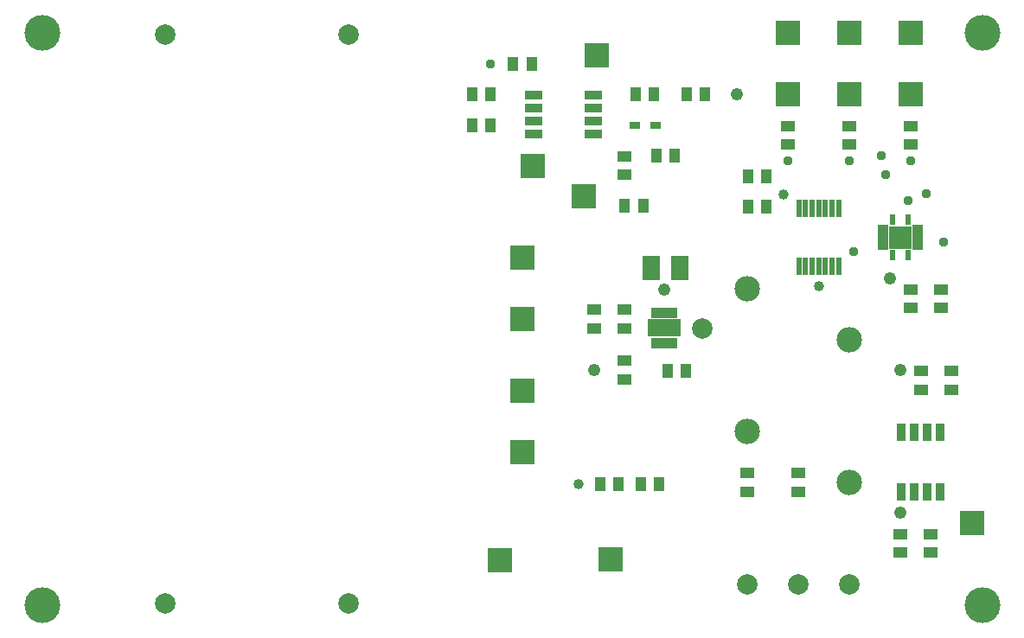
<source format=gts>
G75*
%MOIN*%
%OFA0B0*%
%FSLAX25Y25*%
%IPPOS*%
%LPD*%
%AMOC8*
5,1,8,0,0,1.08239X$1,22.5*
%
%ADD10C,0.13792*%
%ADD11R,0.01902X0.04146*%
%ADD12R,0.12611X0.07099*%
%ADD13R,0.07099X0.09461*%
%ADD14R,0.05524X0.03950*%
%ADD15R,0.03950X0.05524*%
%ADD16R,0.09800X0.09800*%
%ADD17R,0.03556X0.06706*%
%ADD18R,0.08871X0.08871*%
%ADD19R,0.04146X0.01902*%
%ADD20R,0.02178X0.07099*%
%ADD21R,0.06706X0.03556*%
%ADD22R,0.03950X0.02769*%
%ADD23C,0.07887*%
%ADD24C,0.09835*%
%ADD25C,0.04762*%
%ADD26C,0.03778*%
%ADD27C,0.03975*%
D10*
X0017748Y0017748D03*
X0017748Y0238220D03*
X0379953Y0238220D03*
X0379953Y0017748D03*
D11*
X0261291Y0118732D03*
X0259323Y0118732D03*
X0257354Y0118732D03*
X0255386Y0118732D03*
X0253417Y0118732D03*
X0253417Y0130346D03*
X0255386Y0130346D03*
X0257354Y0130346D03*
X0259323Y0130346D03*
X0261291Y0130346D03*
X0345504Y0152689D03*
X0351409Y0152689D03*
X0351409Y0166272D03*
X0345504Y0166272D03*
D12*
X0257354Y0124539D03*
D13*
X0252394Y0147669D03*
X0263417Y0147669D03*
D14*
X0242157Y0131528D03*
X0242157Y0124441D03*
X0230346Y0124441D03*
X0230346Y0131528D03*
X0242157Y0111843D03*
X0242157Y0104756D03*
X0289402Y0068535D03*
X0289402Y0061449D03*
X0309087Y0061449D03*
X0309087Y0068535D03*
X0348457Y0044913D03*
X0348457Y0037827D03*
X0360268Y0037827D03*
X0360268Y0044913D03*
X0356331Y0100819D03*
X0356331Y0107906D03*
X0368142Y0107906D03*
X0368142Y0100819D03*
X0364205Y0132315D03*
X0364205Y0139402D03*
X0352394Y0139402D03*
X0352394Y0132315D03*
X0352394Y0195307D03*
X0352394Y0202394D03*
X0328772Y0202394D03*
X0328772Y0195307D03*
X0305150Y0195307D03*
X0305150Y0202394D03*
X0242157Y0190583D03*
X0242157Y0183496D03*
D15*
X0254362Y0190976D03*
X0261449Y0190976D03*
X0289795Y0183102D03*
X0296882Y0183102D03*
X0296882Y0171291D03*
X0289795Y0171291D03*
X0249283Y0171803D03*
X0242197Y0171803D03*
X0190583Y0202787D03*
X0183496Y0202787D03*
X0183496Y0214598D03*
X0190583Y0214598D03*
X0199244Y0226409D03*
X0206331Y0226409D03*
X0246488Y0214598D03*
X0253575Y0214598D03*
X0266173Y0214598D03*
X0273260Y0214598D03*
X0265780Y0107906D03*
X0258693Y0107906D03*
X0255543Y0064205D03*
X0248457Y0064205D03*
X0239795Y0064205D03*
X0232709Y0064205D03*
D16*
X0202787Y0076803D03*
X0202787Y0100425D03*
X0202787Y0127984D03*
X0202787Y0151606D03*
X0226409Y0175228D03*
X0206724Y0187039D03*
X0231528Y0229559D03*
X0305150Y0238220D03*
X0328772Y0238220D03*
X0352394Y0238220D03*
X0352394Y0214598D03*
X0328772Y0214598D03*
X0305150Y0214598D03*
X0376016Y0049244D03*
X0236646Y0035465D03*
X0194126Y0035071D03*
D17*
X0348831Y0061449D03*
X0353831Y0061449D03*
X0358831Y0061449D03*
X0363831Y0061449D03*
X0363831Y0084283D03*
X0358831Y0084283D03*
X0353831Y0084283D03*
X0348831Y0084283D03*
D18*
X0348457Y0159480D03*
D19*
X0341665Y0159480D03*
X0341665Y0157512D03*
X0341665Y0155543D03*
X0341665Y0161449D03*
X0341665Y0163417D03*
X0355248Y0163417D03*
X0355248Y0161449D03*
X0355248Y0159480D03*
X0355248Y0157512D03*
X0355248Y0155543D03*
D20*
X0324638Y0148457D03*
X0322079Y0148457D03*
X0319520Y0148457D03*
X0316961Y0148457D03*
X0314402Y0148457D03*
X0311843Y0148457D03*
X0309283Y0148457D03*
X0309283Y0170504D03*
X0311843Y0170504D03*
X0314402Y0170504D03*
X0316961Y0170504D03*
X0319520Y0170504D03*
X0322079Y0170504D03*
X0324638Y0170504D03*
D21*
X0229953Y0199224D03*
X0229953Y0204224D03*
X0229953Y0209224D03*
X0229953Y0214224D03*
X0207118Y0214224D03*
X0207118Y0209224D03*
X0207118Y0204224D03*
X0207118Y0199224D03*
D22*
X0246094Y0202787D03*
X0253969Y0202787D03*
D23*
X0135858Y0237630D03*
X0064992Y0237630D03*
X0272000Y0124488D03*
X0289402Y0025622D03*
X0309087Y0025622D03*
X0328772Y0025622D03*
X0135858Y0018339D03*
X0064992Y0018339D03*
D24*
X0289402Y0084677D03*
X0328772Y0064992D03*
X0328772Y0120110D03*
X0289402Y0139795D03*
D25*
X0257349Y0139199D03*
X0230346Y0108299D03*
X0344520Y0143732D03*
X0348457Y0108299D03*
X0348457Y0053181D03*
X0285465Y0214598D03*
D26*
X0305150Y0189008D03*
X0328772Y0189008D03*
X0340976Y0190976D03*
X0342787Y0183761D03*
X0352394Y0189008D03*
X0358299Y0176409D03*
X0351606Y0173654D03*
X0364992Y0157512D03*
X0330346Y0153969D03*
X0190583Y0226409D03*
D27*
X0303575Y0176016D03*
X0316961Y0140583D03*
X0224441Y0064205D03*
M02*

</source>
